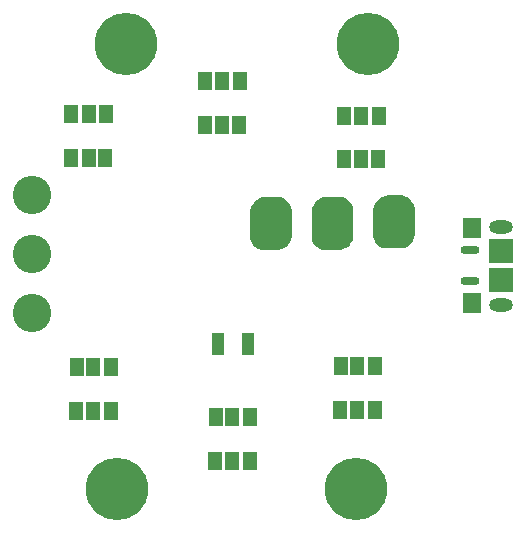
<source format=gts>
G04*
G04 #@! TF.GenerationSoftware,Altium Limited,Altium Designer,20.0.1 (14)*
G04*
G04 Layer_Color=8388736*
%FSLAX44Y44*%
%MOMM*%
G71*
G01*
G75*
%ADD14R,1.2032X1.6032*%
%ADD15R,2.1032X2.1032*%
%ADD16R,1.6032X1.8032*%
G04:AMPARAMS|DCode=17|XSize=0.6032mm|YSize=1.5532mm|CornerRadius=0.2016mm|HoleSize=0mm|Usage=FLASHONLY|Rotation=90.000|XOffset=0mm|YOffset=0mm|HoleType=Round|Shape=RoundedRectangle|*
%AMROUNDEDRECTD17*
21,1,0.6032,1.1500,0,0,90.0*
21,1,0.2000,1.5532,0,0,90.0*
1,1,0.4032,0.5750,0.1000*
1,1,0.4032,0.5750,-0.1000*
1,1,0.4032,-0.5750,-0.1000*
1,1,0.4032,-0.5750,0.1000*
%
%ADD17ROUNDEDRECTD17*%
%ADD18R,1.0032X1.8532*%
%ADD19O,2.0032X1.1032*%
%ADD20C,0.7032*%
%ADD21C,2.6032*%
%ADD22C,3.2512*%
%ADD23C,5.2832*%
G36*
X33655Y54612D02*
X34780Y54612D01*
X34814Y54610D01*
X34847D01*
X34880Y54605D01*
X34913Y54603D01*
X34946Y54597D01*
X34979Y54592D01*
X37187Y54153D01*
X37220Y54145D01*
X37252Y54138D01*
X37284Y54127D01*
X37316Y54119D01*
X37347Y54106D01*
X37378Y54095D01*
X39459Y53234D01*
X39488Y53219D01*
X39519Y53206D01*
X39548Y53190D01*
X39578Y53175D01*
X39606Y53156D01*
X39635Y53140D01*
X41507Y51889D01*
X41533Y51868D01*
X41561Y51850D01*
X41586Y51828D01*
X41612Y51808D01*
X41636Y51784D01*
X41661Y51762D01*
X43253Y50170D01*
X43275Y50145D01*
X43299Y50121D01*
X43319Y50095D01*
X43341Y50070D01*
X43359Y50042D01*
X43380Y50016D01*
X44630Y48143D01*
X44647Y48114D01*
X44666Y48087D01*
X44680Y48057D01*
X44697Y48028D01*
X44710Y47997D01*
X44724Y47967D01*
X45586Y45887D01*
X45597Y45855D01*
X45609Y45825D01*
X45618Y45793D01*
X45629Y45761D01*
X45635Y45728D01*
X45644Y45696D01*
X46083Y43488D01*
X46087Y43455D01*
X46094Y43422D01*
X46096Y43389D01*
X46100Y43356D01*
Y43323D01*
X46102Y43289D01*
X46102Y42164D01*
X46102Y42164D01*
X46102Y21843D01*
Y21843D01*
Y21843D01*
X46102Y20717D01*
X46100Y20684D01*
Y20651D01*
X46096Y20618D01*
X46094Y20584D01*
X46087Y20552D01*
X46083Y20519D01*
X45643Y18311D01*
X45635Y18279D01*
X45628Y18246D01*
X45617Y18214D01*
X45609Y18182D01*
X45596Y18151D01*
X45585Y18120D01*
X44724Y16040D01*
X44709Y16010D01*
X44696Y15979D01*
X44680Y15950D01*
X44665Y15920D01*
X44646Y15893D01*
X44630Y15864D01*
X43379Y13992D01*
X43358Y13965D01*
X43340Y13938D01*
X43318Y13913D01*
X43298Y13886D01*
X43274Y13863D01*
X43252Y13838D01*
X41660Y12246D01*
X41635Y12224D01*
X41612Y12200D01*
X41585Y12180D01*
X41560Y12158D01*
X41533Y12139D01*
X41506Y12119D01*
X39634Y10868D01*
X39605Y10852D01*
X39578Y10833D01*
X39548Y10818D01*
X39519Y10802D01*
X39488Y10789D01*
X39458Y10774D01*
X37378Y9912D01*
X37347Y9902D01*
X37316Y9889D01*
X37284Y9880D01*
X37252Y9870D01*
X37219Y9863D01*
X37187Y9855D01*
X34979Y9415D01*
X34946Y9411D01*
X34913Y9404D01*
X34880Y9402D01*
X34847Y9398D01*
X34814D01*
X34780Y9396D01*
X33660Y9396D01*
X33654Y9395D01*
X22224Y9395D01*
D01*
X21223Y9395D01*
X21190Y9397D01*
X21157D01*
X21124Y9402D01*
X21091Y9404D01*
X21058Y9410D01*
X21025Y9414D01*
X19062Y9805D01*
X19030Y9814D01*
X18997Y9820D01*
X18965Y9831D01*
X18933Y9839D01*
X18902Y9852D01*
X18871Y9863D01*
X17022Y10629D01*
X16992Y10644D01*
X16961Y10656D01*
X16932Y10673D01*
X16902Y10688D01*
X16875Y10706D01*
X16846Y10723D01*
X15182Y11835D01*
X15155Y11855D01*
X15128Y11874D01*
X15102Y11896D01*
X15076Y11916D01*
X15052Y11940D01*
X15027Y11962D01*
X13612Y13377D01*
X13590Y13402D01*
X13567Y13426D01*
X13547Y13452D01*
X13525Y13477D01*
X13506Y13505D01*
X13486Y13531D01*
X12374Y15196D01*
X12357Y15225D01*
X12339Y15252D01*
X12324Y15282D01*
X12307Y15311D01*
X12295Y15342D01*
X12280Y15372D01*
X11514Y17221D01*
X11504Y17253D01*
X11491Y17283D01*
X11482Y17316D01*
X11472Y17347D01*
X11465Y17380D01*
X11456Y17412D01*
X11066Y19375D01*
X11062Y19409D01*
X11056Y19441D01*
X11053Y19474D01*
X11049Y19507D01*
Y19541D01*
X11047Y19574D01*
X11047Y20569D01*
X11047Y20574D01*
X11046Y40893D01*
Y40893D01*
Y40893D01*
X11046Y42144D01*
X11048Y42177D01*
Y42210D01*
X11052Y42243D01*
X11055Y42277D01*
X11061Y42309D01*
X11065Y42342D01*
X11553Y44796D01*
X11562Y44828D01*
X11569Y44861D01*
X11579Y44893D01*
X11588Y44925D01*
X11601Y44956D01*
X11611Y44987D01*
X12569Y47299D01*
X12584Y47329D01*
X12596Y47359D01*
X12613Y47388D01*
X12628Y47418D01*
X12646Y47446D01*
X12663Y47475D01*
X14053Y49555D01*
X14073Y49581D01*
X14092Y49609D01*
X14114Y49634D01*
X14134Y49661D01*
X14158Y49684D01*
X14180Y49709D01*
X15949Y51478D01*
X15974Y51500D01*
X15997Y51524D01*
X16024Y51544D01*
X16049Y51566D01*
X16077Y51585D01*
X16103Y51605D01*
X18183Y52995D01*
X18212Y53012D01*
X18240Y53030D01*
X18270Y53045D01*
X18299Y53062D01*
X18329Y53074D01*
X18359Y53089D01*
X20671Y54047D01*
X20703Y54057D01*
X20733Y54070D01*
X20765Y54079D01*
X20797Y54089D01*
X20830Y54096D01*
X20862Y54105D01*
X23316Y54593D01*
X23349Y54597D01*
X23381Y54604D01*
X23415Y54606D01*
X23448Y54610D01*
X23481D01*
X23514Y54612D01*
X24764Y54612D01*
X24765Y54612D01*
X24765D01*
X24765D01*
X33655Y54612D01*
D02*
G37*
G36*
X85725D02*
X86850Y54612D01*
X86884Y54610D01*
X86917D01*
X86950Y54605D01*
X86983Y54603D01*
X87016Y54597D01*
X87049Y54592D01*
X89257Y54153D01*
X89290Y54145D01*
X89322Y54138D01*
X89354Y54127D01*
X89386Y54119D01*
X89417Y54106D01*
X89448Y54095D01*
X91529Y53234D01*
X91559Y53219D01*
X91589Y53206D01*
X91618Y53190D01*
X91648Y53175D01*
X91676Y53156D01*
X91705Y53140D01*
X93577Y51889D01*
X93603Y51868D01*
X93631Y51850D01*
X93656Y51828D01*
X93682Y51808D01*
X93706Y51784D01*
X93731Y51762D01*
X95323Y50170D01*
X95345Y50145D01*
X95369Y50121D01*
X95389Y50095D01*
X95411Y50070D01*
X95429Y50042D01*
X95450Y50016D01*
X96700Y48143D01*
X96717Y48114D01*
X96736Y48087D01*
X96750Y48057D01*
X96767Y48028D01*
X96780Y47997D01*
X96795Y47967D01*
X97656Y45887D01*
X97667Y45855D01*
X97679Y45825D01*
X97688Y45793D01*
X97699Y45761D01*
X97705Y45728D01*
X97714Y45696D01*
X98153Y43488D01*
X98157Y43455D01*
X98164Y43422D01*
X98166Y43389D01*
X98170Y43356D01*
Y43323D01*
X98172Y43289D01*
X98172Y42164D01*
X98172Y42164D01*
X98172Y21843D01*
Y21843D01*
Y21843D01*
X98172Y20717D01*
X98170Y20684D01*
Y20651D01*
X98166Y20618D01*
X98164Y20584D01*
X98157Y20552D01*
X98153Y20519D01*
X97713Y18311D01*
X97705Y18279D01*
X97698Y18246D01*
X97688Y18214D01*
X97679Y18182D01*
X97666Y18151D01*
X97655Y18120D01*
X96794Y16040D01*
X96779Y16010D01*
X96766Y15979D01*
X96750Y15950D01*
X96735Y15920D01*
X96716Y15893D01*
X96700Y15864D01*
X95449Y13992D01*
X95428Y13965D01*
X95410Y13938D01*
X95388Y13913D01*
X95368Y13886D01*
X95344Y13863D01*
X95322Y13838D01*
X93730Y12246D01*
X93705Y12224D01*
X93682Y12200D01*
X93655Y12180D01*
X93630Y12158D01*
X93603Y12139D01*
X93576Y12119D01*
X91704Y10868D01*
X91675Y10852D01*
X91648Y10833D01*
X91618Y10818D01*
X91589Y10802D01*
X91558Y10789D01*
X91528Y10774D01*
X89448Y9912D01*
X89417Y9902D01*
X89386Y9889D01*
X89354Y9880D01*
X89322Y9870D01*
X89289Y9863D01*
X89257Y9855D01*
X87049Y9415D01*
X87016Y9411D01*
X86983Y9404D01*
X86950Y9402D01*
X86917Y9398D01*
X86884D01*
X86851Y9396D01*
X85730Y9396D01*
X85724Y9395D01*
X74294Y9395D01*
D01*
X73293Y9395D01*
X73260Y9397D01*
X73227D01*
X73194Y9402D01*
X73161Y9404D01*
X73128Y9410D01*
X73095Y9414D01*
X71132Y9805D01*
X71100Y9814D01*
X71067Y9820D01*
X71035Y9831D01*
X71003Y9839D01*
X70972Y9852D01*
X70941Y9863D01*
X69092Y10629D01*
X69062Y10644D01*
X69031Y10656D01*
X69002Y10673D01*
X68972Y10688D01*
X68945Y10706D01*
X68916Y10723D01*
X67252Y11835D01*
X67225Y11855D01*
X67197Y11874D01*
X67172Y11896D01*
X67146Y11916D01*
X67122Y11940D01*
X67097Y11962D01*
X65682Y13377D01*
X65660Y13402D01*
X65637Y13426D01*
X65616Y13452D01*
X65595Y13477D01*
X65576Y13505D01*
X65556Y13531D01*
X64444Y15196D01*
X64427Y15225D01*
X64409Y15252D01*
X64394Y15282D01*
X64377Y15311D01*
X64365Y15342D01*
X64350Y15372D01*
X63584Y17221D01*
X63574Y17253D01*
X63561Y17283D01*
X63552Y17316D01*
X63542Y17347D01*
X63535Y17380D01*
X63526Y17412D01*
X63136Y19375D01*
X63132Y19409D01*
X63126Y19441D01*
X63123Y19474D01*
X63119Y19507D01*
Y19541D01*
X63117Y19574D01*
X63117Y20569D01*
X63117Y20574D01*
X63116Y40893D01*
Y40893D01*
Y40893D01*
X63116Y42144D01*
X63118Y42177D01*
Y42210D01*
X63122Y42243D01*
X63124Y42277D01*
X63131Y42309D01*
X63135Y42342D01*
X63623Y44796D01*
X63632Y44828D01*
X63639Y44861D01*
X63649Y44893D01*
X63658Y44925D01*
X63671Y44956D01*
X63682Y44987D01*
X64639Y47299D01*
X64654Y47329D01*
X64666Y47359D01*
X64683Y47388D01*
X64698Y47418D01*
X64716Y47446D01*
X64733Y47475D01*
X66123Y49555D01*
X66143Y49581D01*
X66162Y49609D01*
X66184Y49634D01*
X66204Y49661D01*
X66228Y49684D01*
X66250Y49709D01*
X68019Y51478D01*
X68044Y51500D01*
X68067Y51524D01*
X68094Y51544D01*
X68119Y51566D01*
X68147Y51585D01*
X68173Y51605D01*
X70253Y52995D01*
X70282Y53012D01*
X70310Y53030D01*
X70340Y53045D01*
X70369Y53062D01*
X70399Y53074D01*
X70429Y53089D01*
X72741Y54047D01*
X72772Y54057D01*
X72803Y54070D01*
X72835Y54079D01*
X72867Y54089D01*
X72900Y54096D01*
X72932Y54105D01*
X75386Y54593D01*
X75419Y54597D01*
X75451Y54604D01*
X75485Y54606D01*
X75518Y54610D01*
X75551D01*
X75584Y54612D01*
X76835Y54612D01*
X76835Y54612D01*
X76835D01*
X76835D01*
X85725Y54612D01*
D02*
G37*
G36*
X137795Y55882D02*
X138920Y55882D01*
X138954Y55880D01*
X138987D01*
X139020Y55875D01*
X139053Y55873D01*
X139086Y55867D01*
X139119Y55862D01*
X141327Y55423D01*
X141360Y55415D01*
X141392Y55408D01*
X141424Y55397D01*
X141456Y55389D01*
X141487Y55376D01*
X141518Y55365D01*
X143599Y54504D01*
X143629Y54489D01*
X143659Y54476D01*
X143688Y54460D01*
X143718Y54445D01*
X143746Y54426D01*
X143775Y54409D01*
X145647Y53159D01*
X145673Y53138D01*
X145701Y53120D01*
X145726Y53098D01*
X145752Y53078D01*
X145776Y53054D01*
X145801Y53032D01*
X147393Y51440D01*
X147415Y51415D01*
X147439Y51391D01*
X147459Y51365D01*
X147481Y51340D01*
X147499Y51312D01*
X147520Y51286D01*
X148770Y49413D01*
X148787Y49384D01*
X148806Y49357D01*
X148820Y49327D01*
X148837Y49298D01*
X148850Y49267D01*
X148864Y49237D01*
X149726Y47157D01*
X149737Y47126D01*
X149749Y47095D01*
X149758Y47063D01*
X149769Y47031D01*
X149775Y46998D01*
X149784Y46966D01*
X150223Y44758D01*
X150227Y44725D01*
X150234Y44692D01*
X150236Y44659D01*
X150240Y44626D01*
Y44592D01*
X150242Y44559D01*
X150242Y43434D01*
X150242Y43433D01*
X150242Y23113D01*
Y23113D01*
Y23113D01*
X150242Y21987D01*
X150240Y21954D01*
Y21921D01*
X150236Y21888D01*
X150234Y21855D01*
X150227Y21822D01*
X150223Y21789D01*
X149783Y19581D01*
X149775Y19549D01*
X149768Y19516D01*
X149757Y19484D01*
X149749Y19452D01*
X149736Y19421D01*
X149725Y19390D01*
X148864Y17310D01*
X148849Y17280D01*
X148836Y17249D01*
X148820Y17220D01*
X148805Y17190D01*
X148786Y17163D01*
X148770Y17134D01*
X147519Y15262D01*
X147499Y15235D01*
X147480Y15208D01*
X147458Y15183D01*
X147438Y15156D01*
X147414Y15133D01*
X147392Y15108D01*
X145800Y13516D01*
X145775Y13494D01*
X145752Y13470D01*
X145725Y13450D01*
X145700Y13428D01*
X145673Y13409D01*
X145646Y13389D01*
X143774Y12138D01*
X143745Y12122D01*
X143718Y12103D01*
X143688Y12088D01*
X143659Y12072D01*
X143628Y12059D01*
X143598Y12044D01*
X141518Y11183D01*
X141487Y11172D01*
X141456Y11159D01*
X141424Y11150D01*
X141392Y11140D01*
X141359Y11133D01*
X141327Y11125D01*
X139119Y10685D01*
X139086Y10681D01*
X139053Y10674D01*
X139020Y10672D01*
X138987Y10668D01*
X138954D01*
X138920Y10666D01*
X137800Y10666D01*
X137795Y10665D01*
X126364Y10665D01*
D01*
X125364Y10665D01*
X125330Y10667D01*
X125297D01*
X125264Y10671D01*
X125231Y10674D01*
X125198Y10680D01*
X125165Y10684D01*
X123202Y11075D01*
X123170Y11084D01*
X123137Y11090D01*
X123105Y11101D01*
X123073Y11109D01*
X123042Y11122D01*
X123011Y11133D01*
X121162Y11899D01*
X121132Y11914D01*
X121101Y11926D01*
X121072Y11943D01*
X121042Y11958D01*
X121015Y11976D01*
X120986Y11993D01*
X119322Y13105D01*
X119295Y13125D01*
X119268Y13144D01*
X119242Y13166D01*
X119216Y13186D01*
X119192Y13210D01*
X119167Y13232D01*
X117752Y14647D01*
X117730Y14672D01*
X117707Y14696D01*
X117687Y14722D01*
X117664Y14747D01*
X117646Y14775D01*
X117626Y14801D01*
X116514Y16466D01*
X116497Y16495D01*
X116479Y16522D01*
X116464Y16552D01*
X116447Y16581D01*
X116435Y16612D01*
X116420Y16642D01*
X115654Y18491D01*
X115644Y18523D01*
X115631Y18553D01*
X115622Y18586D01*
X115612Y18617D01*
X115605Y18650D01*
X115596Y18682D01*
X115206Y20645D01*
X115202Y20679D01*
X115196Y20711D01*
X115193Y20744D01*
X115189Y20777D01*
Y20811D01*
X115187Y20844D01*
X115187Y21839D01*
X115187Y21844D01*
X115186Y42163D01*
Y42163D01*
Y42163D01*
X115186Y43414D01*
X115188Y43447D01*
Y43480D01*
X115192Y43513D01*
X115195Y43547D01*
X115201Y43579D01*
X115205Y43612D01*
X115694Y46066D01*
X115702Y46098D01*
X115709Y46131D01*
X115719Y46163D01*
X115728Y46195D01*
X115741Y46226D01*
X115751Y46257D01*
X116709Y48569D01*
X116724Y48598D01*
X116736Y48629D01*
X116753Y48658D01*
X116768Y48688D01*
X116786Y48716D01*
X116803Y48745D01*
X118193Y50825D01*
X118213Y50851D01*
X118232Y50879D01*
X118254Y50904D01*
X118274Y50931D01*
X118298Y50954D01*
X118320Y50979D01*
X120089Y52748D01*
X120114Y52770D01*
X120137Y52794D01*
X120164Y52814D01*
X120189Y52836D01*
X120217Y52855D01*
X120243Y52875D01*
X122323Y54265D01*
X122352Y54282D01*
X122380Y54300D01*
X122410Y54315D01*
X122439Y54332D01*
X122469Y54344D01*
X122499Y54359D01*
X124811Y55317D01*
X124843Y55327D01*
X124873Y55340D01*
X124905Y55349D01*
X124937Y55360D01*
X124970Y55366D01*
X125002Y55375D01*
X127456Y55863D01*
X127488Y55867D01*
X127521Y55874D01*
X127555Y55876D01*
X127588Y55880D01*
X127621D01*
X127654Y55882D01*
X128904Y55882D01*
X128905Y55883D01*
X128905D01*
X128905D01*
X137795Y55882D01*
D02*
G37*
D14*
X-27700Y115570D02*
D03*
X-12700D02*
D03*
Y152580D02*
D03*
X2300D02*
D03*
X1270Y115570D02*
D03*
X-27700Y152580D02*
D03*
X90170Y86180D02*
D03*
X105170D02*
D03*
Y123190D02*
D03*
X120170D02*
D03*
X119140Y86180D02*
D03*
X90170Y123190D02*
D03*
X-106920Y-89990D02*
D03*
X-121920D02*
D03*
Y-127000D02*
D03*
X-136920D02*
D03*
X-135890Y-89990D02*
D03*
X-106920Y-127000D02*
D03*
X10950Y-131900D02*
D03*
X-4050D02*
D03*
Y-168910D02*
D03*
X-19050D02*
D03*
X-18020Y-131900D02*
D03*
X10950Y-168910D02*
D03*
X116600Y-88900D02*
D03*
X101600D02*
D03*
Y-125910D02*
D03*
X86600D02*
D03*
X87630Y-88900D02*
D03*
X116600Y-125910D02*
D03*
X-140730Y87630D02*
D03*
X-125730D02*
D03*
Y124640D02*
D03*
X-110730D02*
D03*
X-111760Y87630D02*
D03*
X-140730Y124640D02*
D03*
D15*
X223520Y8210D02*
D03*
Y-15790D02*
D03*
D16*
X199020Y28210D02*
D03*
Y-35790D02*
D03*
D17*
X196770Y9210D02*
D03*
Y-16790D02*
D03*
D18*
X9490Y-69850D02*
D03*
X-16510D02*
D03*
D19*
X223520Y29210D02*
D03*
Y-36790D02*
D03*
D20*
Y29210D02*
D03*
Y-36790D02*
D03*
D21*
X132080Y33274D02*
D03*
X27940Y32004D02*
D03*
X80010D02*
D03*
D22*
X-173990Y56350D02*
D03*
Y6350D02*
D03*
Y-43650D02*
D03*
D23*
X100330Y-193040D02*
D03*
X110490Y184150D02*
D03*
X-101600Y-193040D02*
D03*
X-93980Y184150D02*
D03*
M02*

</source>
